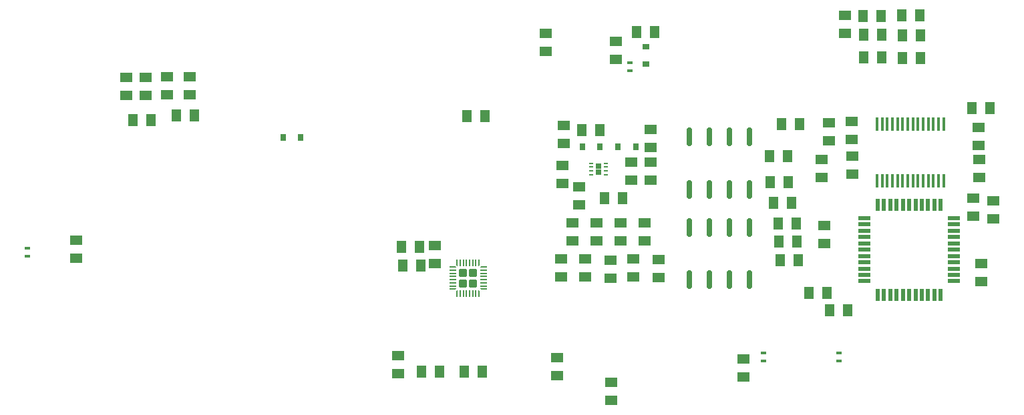
<source format=gbr>
%TF.GenerationSoftware,KiCad,Pcbnew,7.0.7*%
%TF.CreationDate,2023-11-14T12:33:42-05:00*%
%TF.ProjectId,BMB,424d422e-6b69-4636-9164-5f7063625858,rev?*%
%TF.SameCoordinates,Original*%
%TF.FileFunction,Paste,Bot*%
%TF.FilePolarity,Positive*%
%FSLAX46Y46*%
G04 Gerber Fmt 4.6, Leading zero omitted, Abs format (unit mm)*
G04 Created by KiCad (PCBNEW 7.0.7) date 2023-11-14 12:33:42*
%MOMM*%
%LPD*%
G01*
G04 APERTURE LIST*
G04 Aperture macros list*
%AMRoundRect*
0 Rectangle with rounded corners*
0 $1 Rounding radius*
0 $2 $3 $4 $5 $6 $7 $8 $9 X,Y pos of 4 corners*
0 Add a 4 corners polygon primitive as box body*
4,1,4,$2,$3,$4,$5,$6,$7,$8,$9,$2,$3,0*
0 Add four circle primitives for the rounded corners*
1,1,$1+$1,$2,$3*
1,1,$1+$1,$4,$5*
1,1,$1+$1,$6,$7*
1,1,$1+$1,$8,$9*
0 Add four rect primitives between the rounded corners*
20,1,$1+$1,$2,$3,$4,$5,0*
20,1,$1+$1,$4,$5,$6,$7,0*
20,1,$1+$1,$6,$7,$8,$9,0*
20,1,$1+$1,$8,$9,$2,$3,0*%
%AMFreePoly0*
4,1,14,0.385355,0.085355,0.400000,0.050000,0.400000,0.020711,0.385355,-0.014645,0.314644,-0.085355,0.279289,-0.100000,-0.350000,-0.100000,-0.385355,-0.085355,-0.400000,-0.050000,-0.400000,0.050000,-0.385355,0.085355,-0.350000,0.100000,0.350000,0.100000,0.385355,0.085355,0.385355,0.085355,$1*%
%AMFreePoly1*
4,1,14,0.314644,0.085355,0.385355,0.014644,0.400000,-0.020711,0.400000,-0.050000,0.385355,-0.085355,0.350000,-0.100000,-0.350000,-0.100000,-0.385355,-0.085355,-0.400000,-0.050000,-0.400000,0.050000,-0.385355,0.085355,-0.350000,0.100000,0.279289,0.100000,0.314644,0.085355,0.314644,0.085355,$1*%
%AMFreePoly2*
4,1,14,0.085355,0.385355,0.100000,0.350000,0.100000,-0.350000,0.085355,-0.385355,0.050000,-0.400000,0.020711,-0.400000,-0.014645,-0.385355,-0.085355,-0.314644,-0.100000,-0.279289,-0.100000,0.350000,-0.085355,0.385355,-0.050000,0.400000,0.050000,0.400000,0.085355,0.385355,0.085355,0.385355,$1*%
%AMFreePoly3*
4,1,14,0.085355,0.385355,0.100000,0.350000,0.100000,-0.279289,0.085355,-0.314645,0.014644,-0.385355,-0.020711,-0.400000,-0.050000,-0.400000,-0.085355,-0.385355,-0.100000,-0.350000,-0.100000,0.350000,-0.085355,0.385355,-0.050000,0.400000,0.050000,0.400000,0.085355,0.385355,0.085355,0.385355,$1*%
%AMFreePoly4*
4,1,14,0.385355,0.085355,0.400000,0.050000,0.400000,-0.050000,0.385355,-0.085355,0.350000,-0.100000,-0.350000,-0.100000,-0.385355,-0.085355,-0.400000,-0.050000,-0.400000,-0.020711,-0.385355,0.014644,-0.314645,0.085355,-0.279289,0.100000,0.350000,0.100000,0.385355,0.085355,0.385355,0.085355,$1*%
%AMFreePoly5*
4,1,14,0.385355,0.085355,0.400000,0.050000,0.400000,-0.050000,0.385355,-0.085355,0.350000,-0.100000,-0.279289,-0.100000,-0.314645,-0.085355,-0.385355,-0.014644,-0.400000,0.020711,-0.400000,0.050000,-0.385355,0.085355,-0.350000,0.100000,0.350000,0.100000,0.385355,0.085355,0.385355,0.085355,$1*%
%AMFreePoly6*
4,1,14,0.014644,0.385355,0.085355,0.314644,0.100000,0.279289,0.100000,-0.350000,0.085355,-0.385355,0.050000,-0.400000,-0.050000,-0.400000,-0.085355,-0.385355,-0.100000,-0.350000,-0.100000,0.350000,-0.085355,0.385355,-0.050000,0.400000,-0.020711,0.400000,0.014644,0.385355,0.014644,0.385355,$1*%
%AMFreePoly7*
4,1,14,0.085355,0.385355,0.100000,0.350000,0.100000,-0.350000,0.085355,-0.385355,0.050000,-0.400000,-0.050000,-0.400000,-0.085355,-0.385355,-0.100000,-0.350000,-0.100000,0.279289,-0.085355,0.314644,-0.014645,0.385355,0.020711,0.400000,0.050000,0.400000,0.085355,0.385355,0.085355,0.385355,$1*%
G04 Aperture macros list end*
%ADD10R,0.635000X0.838200*%
%ADD11R,1.524000X1.270000*%
%ADD12R,0.838200X0.635000*%
%ADD13RoundRect,0.162500X-0.162500X1.012500X-0.162500X-1.012500X0.162500X-1.012500X0.162500X1.012500X0*%
%ADD14R,1.500000X0.550000*%
%ADD15R,0.550000X1.500000*%
%ADD16R,1.270000X1.524000*%
%ADD17R,0.701040X0.400050*%
%ADD18R,0.750000X0.650000*%
%ADD19R,0.500000X0.250000*%
%ADD20R,0.450000X1.750000*%
%ADD21RoundRect,0.250000X-0.285000X-0.285000X0.285000X-0.285000X0.285000X0.285000X-0.285000X0.285000X0*%
%ADD22FreePoly0,0.000000*%
%ADD23RoundRect,0.050000X-0.350000X-0.050000X0.350000X-0.050000X0.350000X0.050000X-0.350000X0.050000X0*%
%ADD24FreePoly1,0.000000*%
%ADD25FreePoly2,0.000000*%
%ADD26RoundRect,0.050000X-0.050000X-0.350000X0.050000X-0.350000X0.050000X0.350000X-0.050000X0.350000X0*%
%ADD27FreePoly3,0.000000*%
%ADD28FreePoly4,0.000000*%
%ADD29FreePoly5,0.000000*%
%ADD30FreePoly6,0.000000*%
%ADD31FreePoly7,0.000000*%
G04 APERTURE END LIST*
D10*
%TO.C,U4*%
X167651600Y-92261000D03*
X165416400Y-92261000D03*
%TD*%
D11*
%TO.C,C21*%
X142087600Y-121081800D03*
X142087600Y-118795800D03*
%TD*%
D12*
%TO.C,U12*%
X173436200Y-81788000D03*
X173436200Y-79552800D03*
%TD*%
D13*
%TO.C,U17*%
X178943000Y-102481000D03*
X181483000Y-102481000D03*
X184023000Y-102481000D03*
X186563000Y-102481000D03*
X186563000Y-109118400D03*
X184023000Y-109118400D03*
X181483000Y-109118400D03*
X178943000Y-109118400D03*
%TD*%
D14*
%TO.C,IC1*%
X201145400Y-109323400D03*
X201145400Y-108523400D03*
X201145400Y-107723400D03*
X201145400Y-106923400D03*
X201145400Y-106123400D03*
X201145400Y-105323400D03*
X201145400Y-104523400D03*
X201145400Y-103723400D03*
X201145400Y-102923400D03*
X201145400Y-102123400D03*
X201145400Y-101323400D03*
D15*
X202845400Y-99623400D03*
X203645400Y-99623400D03*
X204445400Y-99623400D03*
X205245400Y-99623400D03*
X206045400Y-99623400D03*
X206845400Y-99623400D03*
X207645400Y-99623400D03*
X208445400Y-99623400D03*
X209245400Y-99623400D03*
X210045400Y-99623400D03*
X210845400Y-99623400D03*
D14*
X212545400Y-101323400D03*
X212545400Y-102123400D03*
X212545400Y-102923400D03*
X212545400Y-103723400D03*
X212545400Y-104523400D03*
X212545400Y-105323400D03*
X212545400Y-106123400D03*
X212545400Y-106923400D03*
X212545400Y-107723400D03*
X212545400Y-108523400D03*
X212545400Y-109323400D03*
D15*
X210845400Y-111023400D03*
X210045400Y-111023400D03*
X209245400Y-111023400D03*
X208445400Y-111023400D03*
X207645400Y-111023400D03*
X206845400Y-111023400D03*
X206045400Y-111023400D03*
X205245400Y-111023400D03*
X204445400Y-111023400D03*
X203645400Y-111023400D03*
X202845400Y-111023400D03*
%TD*%
D16*
%TO.C,R31*%
X150444200Y-120827800D03*
X152730200Y-120827800D03*
%TD*%
%TO.C,C39*%
X205917800Y-75615800D03*
X208203800Y-75615800D03*
%TD*%
%TO.C,R46*%
X196392800Y-110845600D03*
X194106800Y-110845600D03*
%TD*%
D11*
%TO.C,C6*%
X214985600Y-98806000D03*
X214985600Y-101092000D03*
%TD*%
D16*
%TO.C,R39*%
X201117200Y-80899000D03*
X203403200Y-80899000D03*
%TD*%
D11*
%TO.C,R23*%
X101268432Y-104104242D03*
X101268432Y-106390242D03*
%TD*%
D16*
%TO.C,R2*%
X150749000Y-88366600D03*
X153035000Y-88366600D03*
%TD*%
D11*
%TO.C,R12*%
X160782000Y-77851000D03*
X160782000Y-80137000D03*
%TD*%
D17*
%TO.C,U18*%
X171455000Y-81635600D03*
X171455000Y-82636360D03*
%TD*%
D16*
%TO.C,R41*%
X201015600Y-75692000D03*
X203301600Y-75692000D03*
%TD*%
D11*
%TO.C,R27*%
X107619800Y-85750400D03*
X107619800Y-83464400D03*
%TD*%
%TO.C,R14*%
X162712400Y-108737400D03*
X162712400Y-106451400D03*
%TD*%
%TO.C,C26*%
X173331600Y-101904800D03*
X173331600Y-104190800D03*
%TD*%
D16*
%TO.C,R42*%
X192760600Y-106680000D03*
X190474600Y-106680000D03*
%TD*%
D11*
%TO.C,R26*%
X110058200Y-85725000D03*
X110058200Y-83439000D03*
%TD*%
%TO.C,R11*%
X174077800Y-92311800D03*
X174077800Y-90025800D03*
%TD*%
D16*
%TO.C,R9*%
X144907000Y-107340400D03*
X142621000Y-107340400D03*
%TD*%
D11*
%TO.C,R35*%
X198678800Y-75615800D03*
X198678800Y-77901800D03*
%TD*%
D17*
%TO.C,U26*%
X188341000Y-118440200D03*
X188341000Y-119440960D03*
%TD*%
D16*
%TO.C,C37*%
X208254600Y-81000600D03*
X205968600Y-81000600D03*
%TD*%
%TO.C,R20*%
X110769400Y-88874600D03*
X108483400Y-88874600D03*
%TD*%
D11*
%TO.C,C22*%
X146761200Y-104800400D03*
X146761200Y-107086400D03*
%TD*%
D16*
%TO.C,C38*%
X208254600Y-78105000D03*
X205968600Y-78105000D03*
%TD*%
D11*
%TO.C,R24*%
X115620800Y-85699600D03*
X115620800Y-83413600D03*
%TD*%
D13*
%TO.C,U21*%
X178943000Y-91033600D03*
X181483000Y-91033600D03*
X184023000Y-91033600D03*
X186563000Y-91033600D03*
X186563000Y-97671000D03*
X184023000Y-97671000D03*
X181483000Y-97671000D03*
X178943000Y-97671000D03*
%TD*%
D11*
%TO.C,C13*%
X199618600Y-95707200D03*
X199618600Y-93421200D03*
%TD*%
D16*
%TO.C,C8*%
X191947800Y-99339400D03*
X189661800Y-99339400D03*
%TD*%
%TO.C,R8*%
X144805400Y-104927400D03*
X142519400Y-104927400D03*
%TD*%
%TO.C,R45*%
X189103000Y-93446600D03*
X191389000Y-93446600D03*
%TD*%
D11*
%TO.C,C12*%
X199567800Y-91338400D03*
X199567800Y-89052400D03*
%TD*%
%TO.C,R34*%
X185826400Y-121513600D03*
X185826400Y-119227600D03*
%TD*%
D16*
%TO.C,R43*%
X192633600Y-104267000D03*
X190347600Y-104267000D03*
%TD*%
D11*
%TO.C,C40*%
X162229800Y-119049800D03*
X162229800Y-121335800D03*
%TD*%
%TO.C,R17*%
X171907200Y-108762800D03*
X171907200Y-106476800D03*
%TD*%
%TO.C,C25*%
X170281600Y-101904800D03*
X170281600Y-104190800D03*
%TD*%
%TO.C,C24*%
X167231600Y-101904800D03*
X167231600Y-104190800D03*
%TD*%
%TO.C,C28*%
X171577000Y-96494600D03*
X171577000Y-94208600D03*
%TD*%
%TO.C,R33*%
X169626200Y-78917800D03*
X169626200Y-81203800D03*
%TD*%
%TO.C,R16*%
X169011600Y-108915200D03*
X169011600Y-106629200D03*
%TD*%
%TO.C,C7*%
X195732400Y-96164400D03*
X195732400Y-93878400D03*
%TD*%
%TO.C,C5*%
X216001600Y-107061000D03*
X216001600Y-109347000D03*
%TD*%
D16*
%TO.C,C31*%
X116230400Y-88265000D03*
X113944400Y-88265000D03*
%TD*%
D11*
%TO.C,R25*%
X112750600Y-85699600D03*
X112750600Y-83413600D03*
%TD*%
%TO.C,R1*%
X217525600Y-99110800D03*
X217525600Y-101396800D03*
%TD*%
D16*
%TO.C,R30*%
X167640000Y-90119200D03*
X165354000Y-90119200D03*
%TD*%
D11*
%TO.C,C10*%
X215671400Y-92100400D03*
X215671400Y-89814400D03*
%TD*%
D17*
%TO.C,U5*%
X197916800Y-118447408D03*
X197916800Y-119448168D03*
%TD*%
D10*
%TO.C,U14*%
X127508000Y-91059000D03*
X129743200Y-91059000D03*
%TD*%
D11*
%TO.C,R28*%
X169062400Y-124409200D03*
X169062400Y-122123200D03*
%TD*%
D16*
%TO.C,C11*%
X217119200Y-87350600D03*
X214833200Y-87350600D03*
%TD*%
D17*
%TO.C,U20*%
X95046800Y-105137808D03*
X95046800Y-106138568D03*
%TD*%
D18*
%TO.C,U6*%
X167489000Y-95492400D03*
X167489000Y-94692400D03*
D19*
X168439000Y-94342400D03*
X168439000Y-94842400D03*
X168439000Y-95342400D03*
X168439000Y-95842400D03*
X166539000Y-95842400D03*
X166539000Y-95342400D03*
X166539000Y-94842400D03*
X166539000Y-94342400D03*
%TD*%
D16*
%TO.C,C4*%
X196748400Y-113030000D03*
X199034400Y-113030000D03*
%TD*%
D11*
%TO.C,R15*%
X165811200Y-108762800D03*
X165811200Y-106476800D03*
%TD*%
D16*
%TO.C,R40*%
X203377800Y-78028800D03*
X201091800Y-78028800D03*
%TD*%
%TO.C,C9*%
X190677800Y-89357200D03*
X192963800Y-89357200D03*
%TD*%
D20*
%TO.C,U1*%
X211209600Y-96564000D03*
X210559600Y-96564000D03*
X209909600Y-96564000D03*
X209259600Y-96564000D03*
X208609600Y-96564000D03*
X207959600Y-96564000D03*
X207309600Y-96564000D03*
X206659600Y-96564000D03*
X206009600Y-96564000D03*
X205359600Y-96564000D03*
X204709600Y-96564000D03*
X204059600Y-96564000D03*
X203409600Y-96564000D03*
X202759600Y-96564000D03*
X202759600Y-89364000D03*
X203409600Y-89364000D03*
X204059600Y-89364000D03*
X204709600Y-89364000D03*
X205359600Y-89364000D03*
X206009600Y-89364000D03*
X206659600Y-89364000D03*
X207309600Y-89364000D03*
X207959600Y-89364000D03*
X208609600Y-89364000D03*
X209259600Y-89364000D03*
X209909600Y-89364000D03*
X210559600Y-89364000D03*
X211209600Y-89364000D03*
%TD*%
D21*
%TO.C,U3*%
X150263800Y-108261000D03*
X150263800Y-109581000D03*
X151583800Y-108261000D03*
X151583800Y-109581000D03*
D22*
X148973800Y-110321000D03*
D23*
X148973800Y-109921000D03*
X148973800Y-109521000D03*
X148973800Y-109121000D03*
X148973800Y-108721000D03*
X148973800Y-108321000D03*
X148973800Y-107921000D03*
D24*
X148973800Y-107521000D03*
D25*
X149523800Y-106971000D03*
D26*
X149923800Y-106971000D03*
X150323800Y-106971000D03*
X150723800Y-106971000D03*
X151123800Y-106971000D03*
X151523800Y-106971000D03*
X151923800Y-106971000D03*
D27*
X152323800Y-106971000D03*
D28*
X152873800Y-107521000D03*
D23*
X152873800Y-107921000D03*
X152873800Y-108321000D03*
X152873800Y-108721000D03*
X152873800Y-109121000D03*
X152873800Y-109521000D03*
X152873800Y-109921000D03*
D29*
X152873800Y-110321000D03*
D30*
X152323800Y-110871000D03*
D26*
X151923800Y-110871000D03*
X151523800Y-110871000D03*
X151123800Y-110871000D03*
X150723800Y-110871000D03*
X150323800Y-110871000D03*
X149923800Y-110871000D03*
D31*
X149523800Y-110871000D03*
%TD*%
D10*
%TO.C,U16*%
X169963000Y-92235600D03*
X172198200Y-92235600D03*
%TD*%
D16*
%TO.C,R32*%
X147320000Y-120802400D03*
X145034000Y-120802400D03*
%TD*%
%TO.C,R36*%
X174604600Y-77698600D03*
X172318600Y-77698600D03*
%TD*%
D11*
%TO.C,C14*%
X196697600Y-89204800D03*
X196697600Y-91490800D03*
%TD*%
%TO.C,C3*%
X196088000Y-104571800D03*
X196088000Y-102285800D03*
%TD*%
%TO.C,D1*%
X215696800Y-93903800D03*
X215696800Y-96189800D03*
%TD*%
D16*
%TO.C,R47*%
X192532000Y-102031800D03*
X190246000Y-102031800D03*
%TD*%
D11*
%TO.C,R37*%
X174103200Y-96502800D03*
X174103200Y-94216800D03*
%TD*%
%TO.C,C23*%
X164181600Y-101904800D03*
X164181600Y-104190800D03*
%TD*%
D16*
%TO.C,R44*%
X191516000Y-96723200D03*
X189230000Y-96723200D03*
%TD*%
D11*
%TO.C,R18*%
X175056800Y-108889800D03*
X175056800Y-106603800D03*
%TD*%
%TO.C,R13*%
X162876400Y-96883800D03*
X162876400Y-94597800D03*
%TD*%
%TO.C,R38*%
X165049200Y-97383600D03*
X165049200Y-99669600D03*
%TD*%
D16*
%TO.C,C27*%
X170510200Y-98780600D03*
X168224200Y-98780600D03*
%TD*%
D11*
%TO.C,R10*%
X163042600Y-91821000D03*
X163042600Y-89535000D03*
%TD*%
M02*

</source>
